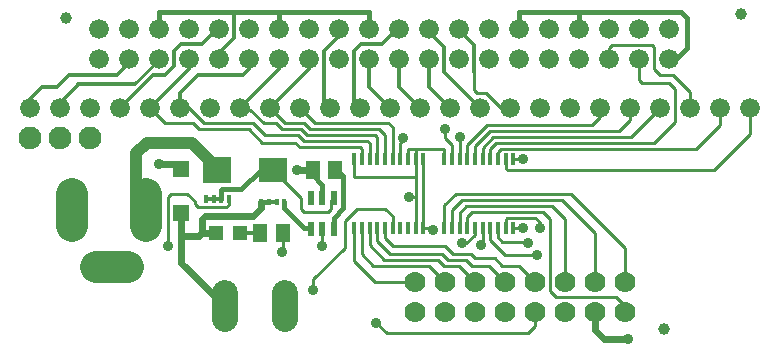
<source format=gbr>
G04 EAGLE Gerber RS-274X export*
G75*
%MOMM*%
%FSLAX34Y34*%
%LPD*%
%INTop Copper*%
%IPPOS*%
%AMOC8*
5,1,8,0,0,1.08239X$1,22.5*%
G01*
%ADD10C,1.676400*%
%ADD11C,1.000000*%
%ADD12R,0.550000X1.200000*%
%ADD13R,1.240000X1.500000*%
%ADD14R,0.420000X0.700000*%
%ADD15R,2.350000X2.250000*%
%ADD16R,0.400000X0.550000*%
%ADD17R,2.400000X2.000000*%
%ADD18C,2.184400*%
%ADD19R,0.304800X0.990600*%
%ADD20R,1.400000X1.400000*%
%ADD21R,1.200000X1.200000*%
%ADD22C,1.778000*%
%ADD23C,2.700000*%
%ADD24C,1.930400*%
%ADD25C,0.304800*%
%ADD26C,0.406400*%
%ADD27C,0.609600*%
%ADD28C,0.254000*%
%ADD29C,0.906400*%
%ADD30C,1.016000*%


D10*
X83700Y252300D03*
X83700Y277700D03*
X109100Y252300D03*
X109100Y277700D03*
X134500Y252300D03*
X134500Y277700D03*
X159900Y252300D03*
X159900Y277700D03*
X185300Y252300D03*
X185300Y277700D03*
X210700Y252300D03*
X210700Y277700D03*
X236100Y252300D03*
X236100Y277700D03*
X261500Y252300D03*
X261500Y277700D03*
X286900Y252300D03*
X286900Y277700D03*
X312300Y252300D03*
X312300Y277700D03*
X337700Y252300D03*
X337700Y277700D03*
X363100Y252300D03*
X363100Y277700D03*
X388500Y252300D03*
X388500Y277700D03*
X413900Y252300D03*
X413900Y277700D03*
X439300Y252300D03*
X439300Y277700D03*
X464700Y252300D03*
X464700Y277700D03*
X490100Y252300D03*
X490100Y277700D03*
X515500Y252300D03*
X515500Y277700D03*
X540900Y252300D03*
X540900Y277700D03*
X566300Y252300D03*
X566300Y277700D03*
X25400Y210820D03*
X50800Y210820D03*
X76200Y210820D03*
X101600Y210820D03*
X127000Y210820D03*
X152400Y210820D03*
X177800Y210820D03*
X203200Y210820D03*
X228600Y210820D03*
X254000Y210820D03*
X279400Y210820D03*
X304800Y210820D03*
X330200Y210820D03*
X355600Y210820D03*
X381000Y210820D03*
X406400Y210820D03*
X431800Y210820D03*
X457200Y210820D03*
X482600Y210820D03*
X508000Y210820D03*
X533400Y210820D03*
X558800Y210820D03*
X584200Y210820D03*
X609600Y210820D03*
X635000Y210820D03*
D11*
X562610Y24130D03*
X627380Y290830D03*
D12*
X282550Y134920D03*
X273050Y134920D03*
X263550Y134920D03*
X263550Y108920D03*
X282550Y108920D03*
X273050Y108920D03*
D13*
X264820Y158750D03*
X283820Y158750D03*
D14*
X180900Y134130D03*
X174400Y134130D03*
X187400Y134130D03*
X193900Y134130D03*
D15*
X184150Y158630D03*
D16*
X234390Y131090D03*
X240890Y131090D03*
X227890Y131090D03*
X221390Y131090D03*
D17*
X231140Y158640D03*
D18*
X241300Y54102D02*
X241300Y32258D01*
X190500Y32258D02*
X190500Y54102D01*
D19*
X358410Y167608D03*
X351910Y167608D03*
X345410Y167608D03*
X338910Y167608D03*
X332410Y167608D03*
X325910Y167608D03*
X319410Y167608D03*
X312910Y167608D03*
X306410Y167608D03*
X299910Y167608D03*
X299910Y109252D03*
X306410Y109252D03*
X312910Y109252D03*
X319410Y109252D03*
X325910Y109252D03*
X332410Y109252D03*
X338910Y109252D03*
X345410Y109252D03*
X351910Y109252D03*
X358410Y109252D03*
X434610Y167608D03*
X428110Y167608D03*
X421610Y167608D03*
X415110Y167608D03*
X408610Y167608D03*
X402110Y167608D03*
X395610Y167608D03*
X389110Y167608D03*
X382610Y167608D03*
X376110Y167608D03*
X376110Y109252D03*
X382610Y109252D03*
X389110Y109252D03*
X395610Y109252D03*
X402110Y109252D03*
X408610Y109252D03*
X415110Y109252D03*
X421610Y109252D03*
X428110Y109252D03*
X434610Y109252D03*
D20*
X153670Y159470D03*
X153670Y122470D03*
D21*
X203540Y105410D03*
X182540Y105410D03*
D13*
X220370Y105410D03*
X239370Y105410D03*
D22*
X529590Y63500D03*
X529590Y38100D03*
X504190Y63500D03*
X504190Y38100D03*
X478790Y63500D03*
X478790Y38100D03*
X453390Y63500D03*
X453390Y38100D03*
X427990Y63500D03*
X427990Y38100D03*
X402590Y63500D03*
X402590Y38100D03*
X377190Y63500D03*
X377190Y38100D03*
X351790Y63500D03*
X351790Y38100D03*
D11*
X55880Y287020D03*
D23*
X123300Y137960D02*
X123300Y110960D01*
X60800Y110960D02*
X60800Y137960D01*
X81300Y76460D02*
X108300Y76460D01*
D24*
X25400Y185420D03*
X50800Y185420D03*
X76200Y185420D03*
D25*
X227890Y131090D02*
X234390Y131090D01*
D26*
X227890Y131090D02*
X221390Y131090D01*
D27*
X153670Y122470D02*
X153670Y102870D01*
X153670Y80010D01*
X190500Y43180D01*
X221390Y126140D02*
X221390Y131090D01*
X221390Y126140D02*
X214630Y119380D01*
X173990Y119380D01*
X171450Y116840D01*
X171450Y105750D01*
X168570Y102870D02*
X153670Y102870D01*
X168570Y102870D02*
X171450Y105750D01*
X171790Y105410D02*
X182540Y105410D01*
X171790Y105410D02*
X171450Y105750D01*
D25*
X25400Y210820D02*
X25400Y218440D01*
X35560Y228600D01*
X48260Y228600D01*
X58420Y238760D01*
X99060Y238760D01*
X109100Y248800D01*
X109100Y252300D01*
D28*
X26070Y210150D02*
X25400Y210820D01*
D25*
X66040Y231140D02*
X113690Y231140D01*
D28*
X66040Y231140D02*
X50800Y215900D01*
X50800Y210820D01*
X113690Y231140D02*
X134500Y251950D01*
X134500Y252300D01*
D25*
X159900Y243720D02*
X127000Y210820D01*
X159900Y243720D02*
X159900Y252300D01*
D28*
X306410Y176190D02*
X306410Y167608D01*
X306410Y176190D02*
X304800Y177800D01*
X254000Y177800D01*
X250190Y181610D01*
X222250Y181610D01*
X210820Y193040D01*
X139700Y198120D02*
X127000Y210820D01*
X139700Y198120D02*
X163830Y198120D01*
X168910Y193040D01*
X210820Y193040D01*
D25*
X152400Y210820D02*
X152400Y223520D01*
X167640Y238760D01*
X205740Y238760D01*
X210700Y243720D01*
X210700Y252300D01*
D28*
X312910Y181120D02*
X312910Y167608D01*
X312910Y181120D02*
X311150Y182880D01*
X257810Y182880D01*
X252730Y187960D01*
X224790Y187960D01*
X214630Y198120D01*
X172720Y198120D01*
X160020Y210820D01*
X152400Y210820D01*
D25*
X203200Y210820D02*
X236100Y243720D01*
X236100Y252300D01*
D28*
X319410Y186050D02*
X319410Y167608D01*
X319410Y186050D02*
X317500Y187960D01*
X260350Y187960D01*
X255270Y193040D01*
X238760Y193040D01*
X233680Y198120D01*
X223520Y198120D01*
X212090Y209550D01*
X204470Y209550D01*
X203200Y210820D01*
D25*
X228600Y210820D02*
X261500Y243720D01*
X261500Y252300D01*
D28*
X325910Y188440D02*
X325910Y167608D01*
X325910Y188440D02*
X321310Y193040D01*
X262890Y193040D01*
X257810Y198120D01*
X241300Y198120D01*
X228600Y210820D01*
D25*
X312300Y228720D02*
X330200Y210820D01*
X312300Y228720D02*
X312300Y252300D01*
X337700Y228720D02*
X355600Y210820D01*
X337700Y228720D02*
X337700Y252300D01*
X363100Y228720D02*
X381000Y210820D01*
X363100Y228720D02*
X363100Y252300D01*
D28*
X382610Y180000D02*
X382610Y167608D01*
X382610Y180000D02*
X377190Y185420D01*
X377190Y193040D01*
D29*
X377190Y193040D03*
D28*
X389110Y185910D02*
X389110Y167608D01*
X389110Y185910D02*
X389890Y186690D01*
D29*
X389890Y186690D03*
D28*
X402110Y178590D02*
X402110Y167608D01*
X402110Y178590D02*
X415290Y191770D01*
X524510Y191770D01*
X533400Y200660D01*
X533400Y210820D01*
X584200Y210820D02*
X584200Y224790D01*
X570230Y238760D01*
X558800Y238760D01*
X553720Y243840D01*
X553720Y262890D01*
X552450Y264160D01*
X518160Y264160D01*
X515500Y261500D01*
X515500Y252300D01*
X415110Y176350D02*
X415110Y167608D01*
X415110Y176350D02*
X420370Y181610D01*
X553720Y181610D01*
X571500Y199390D01*
X571500Y227330D01*
X566420Y232410D01*
X543560Y232410D01*
X541020Y234950D01*
X541020Y252180D01*
X540900Y252300D01*
X345440Y176530D02*
X345440Y167608D01*
X345410Y167608D01*
X345440Y176530D02*
X351910Y176530D01*
X351910Y135049D02*
X351910Y109252D01*
X351910Y135049D02*
X351910Y152400D01*
X351910Y167608D01*
X351910Y176530D01*
X375920Y176530D01*
X375920Y167608D01*
X376110Y167608D01*
D27*
X504190Y38100D02*
X504190Y22860D01*
D28*
X299910Y152400D02*
X299910Y167608D01*
X299910Y152400D02*
X351910Y152400D01*
X428110Y116960D02*
X428110Y109252D01*
X428110Y116960D02*
X429260Y118110D01*
X453390Y118110D01*
X457200Y114300D01*
X457200Y109220D01*
D29*
X457200Y109220D03*
D28*
X351910Y135049D02*
X351069Y135890D01*
X346710Y135890D01*
D29*
X346710Y135890D03*
D26*
X439300Y277700D02*
X439300Y292100D01*
X490220Y292100D01*
X490220Y277700D01*
X490100Y277700D01*
X236100Y277700D02*
X236100Y292100D01*
X312300Y292100D01*
X312300Y277700D01*
X134500Y277700D02*
X134500Y292100D01*
X198120Y292100D01*
X236100Y292100D01*
D25*
X185300Y257690D02*
X185300Y252300D01*
X185300Y257690D02*
X198120Y270510D01*
X198120Y292100D01*
D26*
X566300Y252300D02*
X572340Y252300D01*
X581660Y261620D01*
X581660Y287020D01*
X576580Y292100D01*
X490220Y292100D01*
X273050Y146050D02*
X273050Y134920D01*
X273050Y146050D02*
X264820Y154280D01*
X264820Y158750D01*
D29*
X251460Y158750D03*
X238760Y88900D03*
D27*
X504190Y22860D02*
X511810Y15240D01*
X532130Y15240D01*
D29*
X532130Y15240D03*
D27*
X264820Y158750D02*
X251460Y158750D01*
D28*
X239370Y105410D02*
X239370Y89510D01*
X238760Y88900D01*
D25*
X101600Y210820D02*
X129540Y238760D01*
X139700Y238760D01*
X147320Y246380D01*
X147320Y259080D01*
X153670Y265430D01*
X171450Y265430D01*
X183720Y277700D01*
X185300Y277700D01*
X274320Y215900D02*
X279400Y210820D01*
X274320Y215900D02*
X274320Y259080D01*
X286900Y271660D01*
X286900Y277700D01*
D29*
X341630Y185420D03*
D28*
X341630Y184150D01*
X338910Y181430D01*
X338910Y167608D01*
D25*
X304800Y210820D02*
X299720Y215900D01*
X299720Y259080D01*
X306070Y265430D01*
X323850Y265430D01*
X336120Y277700D01*
X337700Y277700D01*
X375920Y241300D02*
X406400Y210820D01*
X375920Y241300D02*
X375920Y262890D01*
X363100Y275710D01*
X363100Y277700D01*
X388500Y277700D02*
X388500Y276980D01*
X401320Y264160D01*
X401320Y241300D01*
D28*
X401320Y226060D01*
X403860Y223520D01*
X411480Y223520D01*
X424180Y210820D01*
X431800Y210820D01*
X408610Y177470D02*
X408610Y167608D01*
X408610Y177470D02*
X417830Y186690D01*
X534670Y186690D01*
X558800Y210820D01*
X421610Y173960D02*
X421610Y167608D01*
X421610Y173960D02*
X424180Y176530D01*
X589280Y176530D01*
X609600Y196850D01*
X609600Y210820D01*
X428110Y167608D02*
X428110Y159900D01*
X429260Y158750D01*
X604520Y158750D01*
X635000Y189230D01*
X635000Y210820D01*
X332410Y194640D02*
X332410Y167608D01*
X332410Y194640D02*
X328930Y198120D01*
X266700Y198120D01*
X254000Y210820D01*
X395610Y179710D02*
X395610Y167608D01*
X395610Y179710D02*
X412750Y196850D01*
X501650Y196850D01*
X508000Y203200D01*
X508000Y210820D01*
X376110Y128460D02*
X376110Y109252D01*
X376110Y128460D02*
X386080Y138430D01*
X483870Y138430D01*
X529590Y92710D01*
X529590Y63500D01*
X382610Y109252D02*
X382610Y124800D01*
X391160Y133350D01*
X476250Y133350D01*
X504190Y105410D01*
X504190Y63500D01*
X389110Y109252D02*
X389110Y122410D01*
X394970Y128270D01*
X467360Y128270D01*
X478790Y116840D01*
X478790Y63500D01*
X325910Y100810D02*
X325910Y109252D01*
X325910Y100810D02*
X332740Y93980D01*
X377190Y93980D01*
X383540Y87630D01*
X398780Y87630D01*
X402590Y83820D01*
X419100Y83820D01*
X425450Y77470D01*
X439420Y77470D01*
X453390Y63500D01*
X319410Y98420D02*
X319410Y109252D01*
X319410Y98420D02*
X330200Y87630D01*
X374650Y87630D01*
X379730Y82550D01*
X394970Y82550D01*
X400050Y77470D01*
X414020Y77470D01*
X427990Y63500D01*
X312910Y94760D02*
X312910Y109252D01*
X312910Y94760D02*
X325120Y82550D01*
X370840Y82550D01*
X375920Y77470D01*
X388620Y77470D01*
X402590Y63500D01*
X306410Y87290D02*
X306410Y109252D01*
X306410Y87290D02*
X316230Y77470D01*
X363220Y77470D01*
X377190Y63500D01*
X299910Y81090D02*
X299910Y109252D01*
X299910Y81090D02*
X317500Y63500D01*
X351790Y63500D01*
X421610Y101630D02*
X421610Y109252D01*
X421610Y101630D02*
X425450Y97790D01*
X445770Y97790D01*
X447040Y96520D01*
D29*
X447040Y96520D03*
D28*
X415110Y99240D02*
X415110Y109252D01*
X415110Y99240D02*
X427990Y86360D01*
X454660Y86360D01*
D29*
X454660Y86360D03*
D28*
X408610Y96190D02*
X408610Y109252D01*
X408610Y96190D02*
X407670Y95250D01*
D29*
X407670Y95250D03*
D28*
X402110Y103660D02*
X402110Y109252D01*
X402110Y103660D02*
X394970Y96520D01*
X391160Y96520D01*
D29*
X391160Y96520D03*
D28*
X395610Y109252D02*
X395610Y118750D01*
X400050Y123190D01*
X459740Y123190D01*
X466090Y116840D01*
X466090Y55880D01*
X471170Y50800D01*
X521970Y50800D01*
X529590Y43180D01*
X529590Y38100D01*
D26*
X290830Y126090D02*
X290830Y153670D01*
X290830Y126090D02*
X282550Y117810D01*
X282550Y108920D01*
X290830Y153670D02*
X285750Y158750D01*
X283820Y158750D01*
X240890Y131090D02*
X240890Y126140D01*
X257810Y109220D01*
X263250Y109220D01*
X263550Y108920D01*
D30*
X162560Y181610D02*
X124460Y181610D01*
X115570Y172720D01*
X115570Y132190D01*
X123300Y124460D01*
X162560Y181610D02*
X184150Y160020D01*
X184150Y158630D01*
D25*
X180900Y134130D02*
X174400Y134130D01*
X180900Y134130D02*
X187400Y134130D01*
D28*
X231140Y158640D02*
X231140Y158750D01*
X280670Y133350D02*
X282550Y135230D01*
X282550Y134920D01*
X280670Y133350D02*
X280670Y125730D01*
X278130Y123190D01*
X257810Y123190D01*
X255270Y125730D01*
X255270Y134620D01*
X231140Y158750D01*
D26*
X231140Y158640D02*
X220870Y158640D01*
X204470Y142240D01*
X187960Y142240D01*
X187400Y141680D01*
X187400Y134130D01*
D28*
X273050Y108920D02*
X273050Y93980D01*
X191770Y127000D02*
X167640Y127000D01*
X165100Y129540D01*
X165100Y132080D01*
X158750Y138430D01*
X144780Y138430D01*
X142240Y135890D01*
X142240Y93980D01*
D29*
X142240Y93980D03*
X273050Y93980D03*
D28*
X193900Y129130D02*
X191770Y127000D01*
X193900Y129130D02*
X193900Y134130D01*
X358410Y109252D02*
X358410Y167608D01*
X434610Y109252D02*
X434610Y109220D01*
X443230Y109220D01*
D29*
X443230Y109220D03*
X367030Y107950D03*
D28*
X365728Y109252D01*
X358410Y109252D01*
X434610Y167608D02*
X434642Y167640D01*
X443230Y167640D01*
D29*
X443230Y167640D03*
X134620Y163830D03*
D27*
X149310Y163830D02*
X153670Y159470D01*
X149310Y163830D02*
X134620Y163830D01*
D25*
X203540Y105410D02*
X220370Y105410D01*
D28*
X332410Y109252D02*
X332410Y119710D01*
X326390Y125730D01*
X302260Y125730D01*
X292100Y115570D01*
X292100Y92710D01*
X265430Y66040D01*
X265430Y57150D01*
D29*
X265430Y57150D03*
D28*
X447040Y20320D02*
X453390Y26670D01*
X453390Y38100D01*
X447040Y20320D02*
X327660Y20320D01*
X318770Y29210D01*
D29*
X318770Y29210D03*
M02*

</source>
